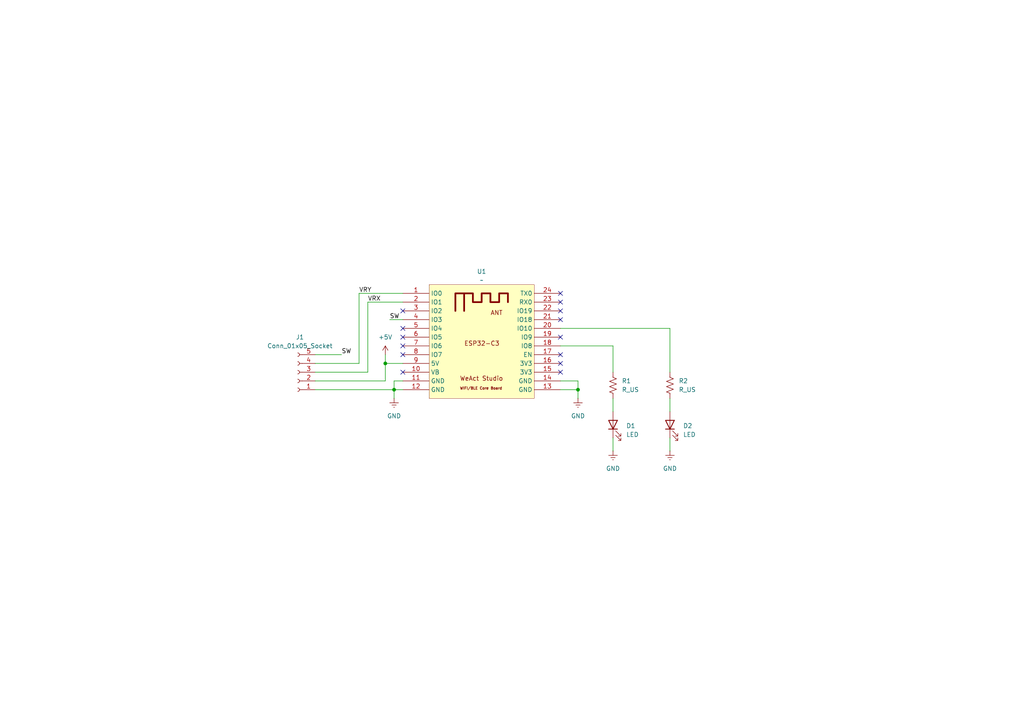
<source format=kicad_sch>
(kicad_sch (version 20250114) (generator "eeschema") (generator_version "9.0")
  (paper "A4")
  (lib_symbols
    (symbol "Connector:Conn_01x05_Socket" (pin_names (offset 1.016) (hide yes))
      (property "Reference" "J" (at 0 7.62 0))
      (property "Value" "Conn_01x05_Socket" (at 0 -7.62 0))
      (symbol "Conn_01x05_Socket_1_1"
        (polyline (pts (xy -1.27 5.08) (xy -0.508 5.08)) (stroke (width 0.1524)))
        (polyline (pts (xy -1.27 2.54) (xy -0.508 2.54)) (stroke (width 0.1524)))
        (polyline (pts (xy -1.27 0) (xy -0.508 0)) (stroke (width 0.1524)))
        (polyline (pts (xy -1.27 -2.54) (xy -0.508 -2.54)) (stroke (width 0.1524)))
        (polyline (pts (xy -1.27 -5.08) (xy -0.508 -5.08)) (stroke (width 0.1524)))
        (arc (start 0 4.572) (mid -0.5058 5.08) (end 0 5.588) (stroke (width 0.1524)))
        (arc (start 0 2.032) (mid -0.5058 2.54) (end 0 3.048) (stroke (width 0.1524)))
        (arc (start 0 -0.508) (mid -0.5058 0) (end 0 0.508) (stroke (width 0.1524)))
        (arc (start 0 -3.048) (mid -0.5058 -2.54) (end 0 -2.032) (stroke (width 0.1524)))
        (arc (start 0 -5.588) (mid -0.5058 -5.08) (end 0 -4.572) (stroke (width 0.1524)))
        (pin passive line (at -5.08 5.08 0) (length 3.81) (name "Pin_1") (number "1"))
        (pin passive line (at -5.08 2.54 0) (length 3.81) (name "Pin_2") (number "2"))
        (pin passive line (at -5.08 0 0) (length 3.81) (name "Pin_3") (number "3"))
        (pin passive line (at -5.08 -2.54 0) (length 3.81) (name "Pin_4") (number "4"))
        (pin passive line (at -5.08 -5.08 0) (length 3.81) (name "Pin_5") (number "5"))
      )
    )
    (symbol "Device:LED" (pin_numbers (hide yes)) (pin_names (offset 1.016) (hide yes))
      (property "Reference" "D" (at 0 2.54 0))
      (property "Value" "LED" (at 0 -2.54 0))
      (symbol "LED_0_1"
        (polyline (pts (xy -3.048 -0.762) (xy -4.572 -2.286) (xy -3.81 -2.286) (xy -4.572 -2.286) (xy -4.572 -1.524)))
        (polyline (pts (xy -1.778 -0.762) (xy -3.302 -2.286) (xy -2.54 -2.286) (xy -3.302 -2.286) (xy -3.302 -1.524)))
        (polyline (pts (xy -1.27 0) (xy 1.27 0)))
        (polyline (pts (xy -1.27 -1.27) (xy -1.27 1.27)) (stroke (width 0.254)))
        (polyline (pts (xy 1.27 -1.27) (xy 1.27 1.27) (xy -1.27 0) (xy 1.27 -1.27)) (stroke (width 0.254)))
      )
      (symbol "LED_1_1"
        (pin passive line (at -3.81 0 0) (length 2.54) (name "K") (number "1"))
        (pin passive line (at 3.81 0 180) (length 2.54) (name "A") (number "2"))
      )
    )
    (symbol "Device:R_US" (pin_numbers (hide yes)) (pin_names (offset 0))
      (property "Reference" "R" (at 2.54 0 90))
      (property "Value" "R_US" (at -2.54 0 90))
      (symbol "R_US_0_1"
        (polyline (pts (xy 0 2.286) (xy 0 2.54)))
        (polyline (pts (xy 0 2.286) (xy 1.016 1.905) (xy 0 1.524) (xy -1.016 1.143) (xy 0 0.762)))
        (polyline (pts (xy 0 0.762) (xy 1.016 0.381) (xy 0 0) (xy -1.016 -0.381) (xy 0 -0.762)))
        (polyline (pts (xy 0 -0.762) (xy 1.016 -1.143) (xy 0 -1.524) (xy -1.016 -1.905) (xy 0 -2.286)))
        (polyline (pts (xy 0 -2.286) (xy 0 -2.54)))
      )
      (symbol "R_US_1_1"
        (pin passive line (at 0 3.81 270) (length 1.27) (name "~") (number "1"))
        (pin passive line (at 0 -3.81 90) (length 1.27) (name "~") (number "2"))
      )
    )
    (symbol "ESP32_OPS:WeAct-ESP32-C3Fx4-CoreBoard"
      (symbol "WeAct-ESP32-C3Fx4-CoreBoard_1_0"
        (polyline (pts (xy 15.24 -7.62) (xy 15.24 -2.54) (xy 17.78 -2.54) (xy 17.78 -7.62) (xy 17.78 -2.54) (xy 20.32 -2.54) (xy 20.32 -5.08) (xy 22.86 -5.08) (xy 22.86 -2.54) (xy 25.4 -2.54) (xy 25.4 -5.08) (xy 27.94 -5.08) (xy 27.94 -2.54) (xy 30.48 -2.54) (xy 30.48 -5.08)) (stroke (width 0.508)))
        (rectangle (start 38.1 0) (end 7.62 -33.02) (stroke (width 0.0254) (color 128 0 0 1)) (fill (type background)))
        (text "WeAct Studio" (at 16.51 -27.94 0) (effects (font (size 1.27 1.27)) (justify left bottom)))
        (text "WIFI/BLE Core Board" (at 16.51 -30.48 0) (effects (font (size 0.762 0.762)) (justify left bottom)))
        (text "ESP32-C3" (at 17.78 -17.78 0) (effects (font (size 1.27 1.27)) (justify left bottom)))
        (text "ANT" (at 25.4 -8.89 0) (effects (font (size 1.27 1.27)) (justify left bottom)))
        (pin passive line (at 0 -2.54 0) (length 7.62) (name "IO0") (number "1"))
        (pin passive line (at 0 -5.08 0) (length 7.62) (name "IO1") (number "2"))
        (pin passive line (at 0 -7.62 0) (length 7.62) (name "IO2") (number "3"))
        (pin passive line (at 0 -10.16 0) (length 7.62) (name "IO3") (number "4"))
        (pin passive line (at 0 -12.7 0) (length 7.62) (name "IO4") (number "5"))
        (pin passive line (at 0 -15.24 0) (length 7.62) (name "IO5") (number "6"))
        (pin passive line (at 0 -17.78 0) (length 7.62) (name "IO6") (number "7"))
        (pin passive line (at 0 -20.32 0) (length 7.62) (name "IO7") (number "8"))
        (pin passive line (at 0 -22.86 0) (length 7.62) (name "5V") (number "9"))
        (pin passive line (at 0 -25.4 0) (length 7.62) (name "VB") (number "10"))
        (pin passive line (at 0 -27.94 0) (length 7.62) (name "GND") (number "11"))
        (pin passive line (at 0 -30.48 0) (length 7.62) (name "GND") (number "12"))
        (pin passive line (at 45.72 -2.54 180) (length 7.62) (name "TX0") (number "24"))
        (pin passive line (at 45.72 -5.08 180) (length 7.62) (name "RX0") (number "23"))
        (pin passive line (at 45.72 -7.62 180) (length 7.62) (name "IO19") (number "22"))
        (pin passive line (at 45.72 -10.16 180) (length 7.62) (name "IO18") (number "21"))
        (pin passive line (at 45.72 -12.7 180) (length 7.62) (name "IO10") (number "20"))
        (pin passive line (at 45.72 -15.24 180) (length 7.62) (name "IO9") (number "19"))
        (pin passive line (at 45.72 -17.78 180) (length 7.62) (name "IO8") (number "18"))
        (pin passive line (at 45.72 -20.32 180) (length 7.62) (name "EN") (number "17"))
        (pin passive line (at 45.72 -22.86 180) (length 7.62) (name "3V3") (number "16"))
        (pin passive line (at 45.72 -25.4 180) (length 7.62) (name "3V3") (number "15"))
        (pin passive line (at 45.72 -27.94 180) (length 7.62) (name "GND") (number "14"))
        (pin passive line (at 45.72 -30.48 180) (length 7.62) (name "GND") (number "13"))
      )
    )
    (symbol "power:+5V" (power) (pin_numbers (hide yes)) (pin_names (offset 0) (hide yes))
      (property "Value" "+5V" (at 0 3.556 0))
      (symbol "+5V_0_1"
        (polyline (pts (xy -0.762 1.27) (xy 0 2.54)))
        (polyline (pts (xy 0 2.54) (xy 0.762 1.27)))
        (polyline (pts (xy 0 0) (xy 0 2.54)))
      )
      (symbol "+5V_1_1"
        (pin power_in line (at 0 0 90) (length 0) (name "~") (number "1"))
      )
    )
    (symbol "power:Earth" (power) (pin_numbers (hide yes)) (pin_names (offset 0) (hide yes))
      (property "Value" "Earth" (at 0 -3.81 0))
      (symbol "Earth_0_1"
        (polyline (pts (xy -0.635 -1.905) (xy 0.635 -1.905)))
        (polyline (pts (xy -0.127 -2.54) (xy 0.127 -2.54)))
        (polyline (pts (xy 0 -1.27) (xy 0 0)))
        (polyline (pts (xy 1.27 -1.27) (xy -1.27 -1.27)))
      )
      (symbol "Earth_1_1"
        (pin power_in line (at 0 0 270) (length 0) (name "~") (number "1"))
      )
    )
  )
  (junction (at 114.3 113.03))
  (junction (at 111.76 105.41))
  (junction (at 167.64 113.03))
  (no_connect (at 162.56 87.63))
  (no_connect (at 116.84 97.79))
  (no_connect (at 162.56 85.09))
  (no_connect (at 162.56 92.71))
  (no_connect (at 162.56 97.79))
  (no_connect (at 162.56 90.17))
  (no_connect (at 162.56 105.41))
  (no_connect (at 116.84 100.33))
  (no_connect (at 116.84 107.95))
  (no_connect (at 116.84 95.25))
  (no_connect (at 162.56 102.87))
  (no_connect (at 116.84 102.87))
  (no_connect (at 116.84 90.17))
  (no_connect (at 162.56 107.95))
  (wire (pts (xy 167.64 115.57) (xy 167.64 113.03)))
  (wire (pts (xy 116.84 110.49) (xy 114.3 110.49)))
  (wire (pts (xy 114.3 113.03) (xy 114.3 115.57)))
  (wire (pts (xy 91.44 113.03) (xy 114.3 113.03)))
  (wire (pts (xy 194.31 95.25) (xy 194.31 107.95)))
  (wire (pts (xy 106.68 107.95) (xy 106.68 87.63)))
  (wire (pts (xy 162.56 100.33) (xy 177.8 100.33)))
  (wire (pts (xy 177.8 100.33) (xy 177.8 107.95)))
  (wire (pts (xy 111.76 102.87) (xy 111.76 105.41)))
  (wire (pts (xy 113.03 92.71) (xy 116.84 92.71)))
  (wire (pts (xy 177.8 127) (xy 177.8 130.81)))
  (wire (pts (xy 167.64 110.49) (xy 167.64 113.03)))
  (wire (pts (xy 114.3 110.49) (xy 114.3 113.03)))
  (wire (pts (xy 177.8 115.57) (xy 177.8 119.38)))
  (wire (pts (xy 106.68 87.63) (xy 116.84 87.63)))
  (wire (pts (xy 194.31 127) (xy 194.31 130.81)))
  (wire (pts (xy 91.44 107.95) (xy 106.68 107.95)))
  (wire (pts (xy 104.14 85.09) (xy 116.84 85.09)))
  (wire (pts (xy 162.56 95.25) (xy 194.31 95.25)))
  (wire (pts (xy 104.14 105.41) (xy 104.14 85.09)))
  (wire (pts (xy 162.56 110.49) (xy 167.64 110.49)))
  (wire (pts (xy 111.76 105.41) (xy 116.84 105.41)))
  (wire (pts (xy 91.44 105.41) (xy 104.14 105.41)))
  (wire (pts (xy 194.31 115.57) (xy 194.31 119.38)))
  (wire (pts (xy 111.76 110.49) (xy 111.76 105.41)))
  (wire (pts (xy 91.44 110.49) (xy 111.76 110.49)))
  (wire (pts (xy 91.44 102.87) (xy 99.06 102.87)))
  (wire (pts (xy 114.3 113.03) (xy 116.84 113.03)))
  (wire (pts (xy 162.56 113.03) (xy 167.64 113.03)))
  (label "SW" (at 99.06 102.87 0))
  (label "VRY" (at 104.14 85.09 0))
  (label "SW" (at 113.03 92.71 0))
  (label "VRX" (at 106.68 87.63 0))
  (symbol (lib_id "power:Earth") (at 167.64 115.57 0) (unit 1)
    (property "Reference" "#PWR03" (effects (hide yes)))
    (property "Value" "GND" (at 167.64 120.65 0))
    (property "Description" "Power symbol creates a global label with name \"Earth\"" (effects (hide yes)))
  )
  (symbol (lib_id "power:+5V") (at 111.76 102.87 0) (unit 1)
    (property "Reference" "#PWR05" (effects (hide yes)))
    (property "Value" "+5V" (at 111.76 97.79 0))
    (property "Description" "Power symbol creates a global label with name \"+5V\"" (effects (hide yes)))
  )
  (symbol (lib_id "Device:R_US") (at 177.8 111.76 0) (unit 1)
    (property "Reference" "R1" (at 180.34 110.4899 0) (effects (justify left)))
    (property "Value" "R_US" (at 180.34 113.0299 0) (effects (justify left)))
    (property "Footprint" "Resistor_THT:R_Axial_DIN0207_L6.3mm_D2.5mm_P7.62mm_Horizontal" (effects (hide yes)))
    (property "Description" "Resistor, US symbol" (effects (hide yes)))
  )
  (symbol (lib_id "Device:R_US") (at 194.31 111.76 0) (unit 1)
    (property "Reference" "R2" (at 196.85 110.4899 0) (effects (justify left)))
    (property "Value" "R_US" (at 196.85 113.0299 0) (effects (justify left)))
    (property "Footprint" "Resistor_THT:R_Axial_DIN0207_L6.3mm_D2.5mm_P7.62mm_Horizontal" (effects (hide yes)))
    (property "Description" "Resistor, US symbol" (effects (hide yes)))
  )
  (symbol (lib_id "Device:LED") (at 194.31 123.19 90) (unit 1)
    (property "Reference" "D2" (at 198.12 123.5074 90) (effects (justify right)))
    (property "Value" "LED" (at 198.12 126.0474 90) (effects (justify right)))
    (property "Footprint" "LED_THT:LED_D3.0mm" (effects (hide yes)))
    (property "Description" "Light emitting diode" (effects (hide yes)))
    (property "Sim.Pins" "1=K 2=A" (effects (hide yes)))
  )
  (symbol (lib_id "Connector:Conn_01x05_Socket") (at 86.36 107.95 180) (unit 1)
    (property "Reference" "J1" (at 86.995 97.79 0))
    (property "Value" "Conn_01x05_Socket" (at 86.995 100.33 0))
    (property "Footprint" "Connector_PinSocket_2.54mm:PinSocket_1x05_P2.54mm_Vertical" (effects (hide yes)))
    (property "Description" "Generic connector, single row, 01x05, script generated" (effects (hide yes)))
  )
  (symbol (lib_id "power:Earth") (at 194.31 130.81 0) (unit 1)
    (property "Reference" "#PWR02" (effects (hide yes)))
    (property "Value" "GND" (at 194.31 135.89 0))
    (property "Description" "Power symbol creates a global label with name \"Earth\"" (effects (hide yes)))
  )
  (symbol (lib_id "power:Earth") (at 177.8 130.81 0) (unit 1)
    (property "Reference" "#PWR01" (effects (hide yes)))
    (property "Value" "GND" (at 177.8 135.89 0))
    (property "Description" "Power symbol creates a global label with name \"Earth\"" (effects (hide yes)))
  )
  (symbol (lib_id "Device:LED") (at 177.8 123.19 90) (unit 1)
    (property "Reference" "D1" (at 181.61 123.5074 90) (effects (justify right)))
    (property "Value" "LED" (at 181.61 126.0474 90) (effects (justify right)))
    (property "Footprint" "LED_THT:LED_D3.0mm" (effects (hide yes)))
    (property "Description" "Light emitting diode" (effects (hide yes)))
    (property "Sim.Pins" "1=K 2=A" (effects (hide yes)))
  )
  (symbol (lib_id "ESP32_OPS:WeAct-ESP32-C3Fx4-CoreBoard") (at 116.84 82.55 0) (unit 1)
    (property "Reference" "U1" (at 139.7 78.74 0))
    (property "Value" "~" (at 139.7 81.28 0))
    (property "Footprint" "ESP32_OPS:WeAct-ESP32-C3Fx4-CoreBoard" (effects (hide yes)))
  )
  (symbol (lib_id "power:Earth") (at 114.3 115.57 0) (unit 1)
    (property "Reference" "#PWR04" (effects (hide yes)))
    (property "Value" "GND" (at 114.3 120.65 0))
    (property "Description" "Power symbol creates a global label with name \"Earth\"" (effects (hide yes)))
  )
)
</source>
